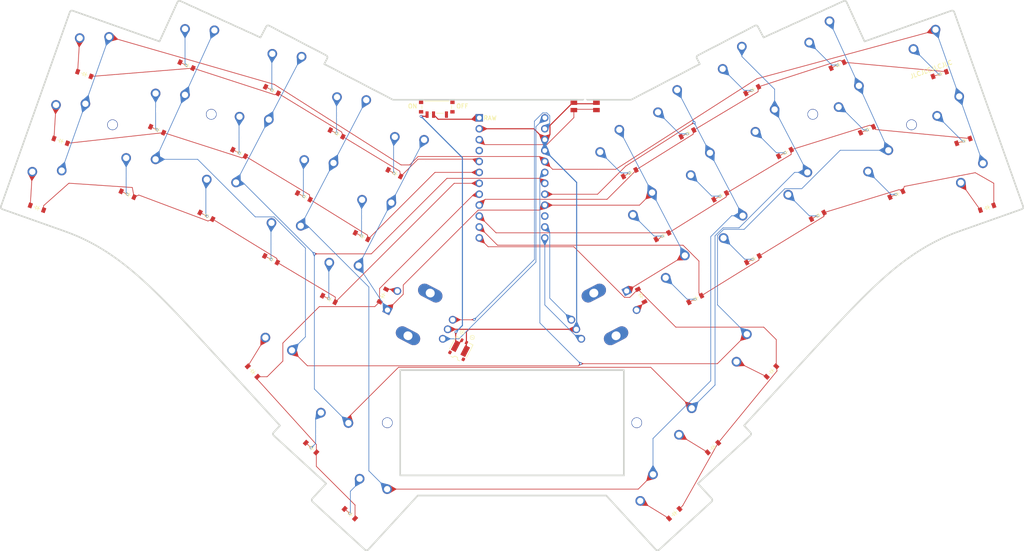
<source format=kicad_pcb>
(kicad_pcb (version 20240108) (generator "pcbnew") (generator_version "8.0")
  (title_block (title "review_a") (rev "v1.0.0") (company "Unknown"))
  (layers (0 "F.Cu" signal) (31 "B.Cu" signal) (34 "B.Paste" user) (35 "F.Paste" user) (36 "B.SilkS" user "B.Silkscreen") (37 "F.SilkS" user "F.Silkscreen") (38 "B.Mask" user) (39 "F.Mask" user) (44 "Edge.Cuts" user))
  (net 0 "")
  (net 1 "RAW")
  (net 2 "GND")
  (net 3 "RST")
  (net 4 "VCC")
  (net 5 "R0")
  (net 6 "R1")
  (net 7 "R2")
  (net 8 "R3")
  (net 9 "R4")
  (net 10 "R5")
  (net 11 "R6")
  (net 12 "R7")
  (net 13 "P1")
  (net 14 "P0")
  (net 15 "C0")
  (net 16 "C1")
  (net 17 "C2")
  (net 18 "C3")
  (net 19 "C4")
  (net 20 "P7")
  (net 21 "P8")
  (net 22 "P9")
  (net 23 "pinky_bottom")
  (net 24 "pinky_home")
  (net 25 "pinky_top")
  (net 26 "ring_bottom")
  (net 27 "ring_home")
  (net 28 "ring_top")
  (net 29 "middle_bottom")
  (net 30 "middle_home")
  (net 31 "middle_top")
  (net 32 "index_bottom")
  (net 33 "index_home")
  (net 34 "index_top")
  (net 35 "inner_bottom")
  (net 36 "inner_home")
  (net 37 "inner_top")
  (net 38 "mirror_pinky_bottom")
  (net 39 "mirror_pinky_home")
  (net 40 "mirror_pinky_top")
  (net 41 "mirror_ring_bottom")
  (net 42 "mirror_ring_home")
  (net 43 "mirror_ring_top")
  (net 44 "mirror_middle_bottom")
  (net 45 "mirror_middle_home")
  (net 46 "mirror_middle_top")
  (net 47 "mirror_index_bottom")
  (net 48 "mirror_index_home")
  (net 49 "mirror_index_top")
  (net 50 "mirror_inner_bottom")
  (net 51 "mirror_inner_home")
  (net 52 "mirror_inner_top")
  (net 53 "flexion_cluster")
  (net 54 "base_cluster")
  (net 55 "extension_cluster")
  (net 56 "mirror_flexion_cluster")
  (net 57 "mirror_base_cluster")
  (net 58 "mirror_extension_cluster")
  (net 59 "enc_l")
  (net 60 "enc_r")
  (net 61 "BAT_P")
  (footprint "MX" (layer "F.Cu") (at 100 100 -19.5)
    (property "Reference" "S1" (hide yes))
    (property "Value" "" (hide yes))
  )
  (footprint "ComboDiode" (layer "F.Cu") (at 98.330966 104.713208 160.5)
    (property "Reference" "D1" (hide yes))
    (property "Value" "")
  )
  (footprint "MX" (layer "F.Cu") (at 176.131888 106.867411 -27.5)
    (property "Reference" "S14" (hide yes))
    (property "Value" "" (hide yes))
  )
  (footprint "ComboDiode" (layer "F.Cu") (at 272.252159 91.962619 -152.5)
    (property "Reference" "D23" (hide yes))
    (property "Value" "")
  )
  (footprint "power_switch" (layer "F.Cu") (at 191.293264 81.300183 90)
    (property "Reference" "SW1" (hide yes))
    (property "Value" "")
  )
  (footprint "ComboDiode" (layer "F.Cu") (at 145.334369 91.962619 152.5)
    (property "Reference" "D8" (hide yes))
    (property "Value" "")
  )
  (footprint "MX" (layer "F.Cu") (at 111.015626 68.892831 -19.5)
    (property "Reference" "S3" (hide yes))
    (property "Value" "" (hide yes))
  )
  (footprint "MX" (layer "F.Cu") (at 241.45464 106.867411 27.5)
    (property "Reference" "S29" (hide yes))
    (property "Value" "" (hide yes))
  )
  (footprint "MX" (layer "F.Cu") (at 296.095612 97.013956 24.5)
    (property "Reference" "S19" (hide yes))
    (property "Value" "" (hide yes))
  )
  (footprint "MX" (layer "F.Cu") (at 262.51957 112.248741 27.5)
    (property "Reference" "S25" (hide yes))
    (property "Value" "" (hide yes))
  )
  (footprint "MX" (layer "F.Cu") (at 140.02426 102.163244 -27.5)
    (property "Reference" "S7" (hide yes))
    (property "Value" "" (hide yes))
  )
  (footprint "ComboDiode" (layer "F.Cu") (at 291.326639 86.549402 -155.5)
    (property "Reference" "D20" (hide yes))
    (property "Value" "")
  )
  (footprint "ComboDiode" (layer "F.Cu") (at 249.590609 87.412437 -152.5)
    (property "Reference" "D27" (hide yes))
    (property "Value" "")
  )
  (footprint "MX" (layer "F.Cu") (at 165.447371 156.842655 -42.5)
    (property "Reference" "S32" (hide yes))
    (property "Value" "" (hide yes))
  )
  (footprint "MX" (layer "F.Cu") (at 312.078715 84.446415 19.5)
    (property "Reference" "S17" (hide yes))
    (property "Value" "" (hide yes))
  )
  (footprint "icon_bat" (layer "F.Cu") (at 198.393264 134.295183 -27.5)
    (property "Reference" "ICON1" (hide yes))
    (property "Value" "")
  )
  (footprint "ComboDiode" (layer "F.Cu") (at 298.169078 101.563763 -155.5)
    (property "Reference" "D19" (hide yes))
    (property "Value" "")
  )
  (footprint "ComboDiode" (layer "F.Cu") (at 246.511067 175.914352 -137.5)
    (property "Reference" "D36" (hide yes))
    (property "Value" "")
  )
  (footprint "mounting_hole" (layer "F.Cu") (at 237.793264 154.745176 -42.5)
    (property "Reference" "H6" (hide yes))
    (property "Value" "")
  )
  (footprint "ComboDiode" (layer "F.Cu") (at 178.763201 125.147915 62.5)
    (property "Reference" "D37" (hide yes))
    (property "Value" "")
  )
  (footprint "MX" (layer "F.Cu") (at 155.066958 112.248741 -27.5)
    (property "Reference" "S10" (hide yes))
    (property "Value" "" (hide yes))
  )
  (footprint "PEC12R-4xxxF-Sxxxx" (layer "F.Cu") (at 187.189804 129.534527 -27.5)
    (property "Reference" "ROT1" (hide yes))
    (property "Value" "")
  )
  (footprint "conn_molex_pico_ezmate_1x02" (layer "F.Cu") (at 196.793264 137.495183 -27.5)
    (property "Reference" "CONN1" (hide yes))
    (property "Value" "")
  )
  (footprint "ComboDiode" (layer "F.Cu") (at 152.758215 116.683795 152.5)
    (property "Reference" "D10" (hide yes))
    (property "Value" "")
  )
  (footprint "ComboDiode" (layer "F.Cu") (at 137.715517 106.598298 152.5)
    (property "Reference" "D7" (hide yes))
    (property "Value" "")
  )
  (footprint "ComboDiode" (layer "F.Cu") (at 284.484201 71.535041 -155.5)
    (property "Reference" "D21" (hide yes))
    (property "Value" "")
  )
  (footprint "MX" (layer "F.Cu") (at 233.835788 92.231732 27.5)
    (property "Reference" "S30" (hide yes))
    (property "Value" "" (hide yes))
  )
  (footprint "MX" (layer "F.Cu") (at 247.281866 82.977383 27.5)
    (property "Reference" "S27" (hide yes))
    (property "Value" "" (hide yes))
  )
  (footprint "sw_reset_side" (layer "F.Cu") (at 225.793264 81.125183)
    (property "Reference" "SW2" (hide yes))
    (property "Value" "reset_button")
  )
  (footprint "MX" (layer "F.Cu") (at 152.153579 139.448645 -47.5)
    (property "Reference" "S31" (hide yes))
    (property "Value" "" (hide yes))
  )
  (footprint "ComboDiode" (layer "F.Cu") (at 173.823145 111.302465 152.5)
    (property "Reference" "D14" (hide yes))
    (property "Value" "")
  )
  (footprint "ComboDiode" (layer "F.Cu") (at 119.41745 101.563763 155.5)
    (property "Reference" "D4" (hide yes))
    (property "Value" "")
  )
  (footprint "ComboDiode" (layer "F.Cu") (at 308.239936 73.606038 -160.5)
    (property "Reference" "D18" (hide yes))
    (property "Value" "")
  )
  (footprint "ComboDiode" (layer "F.Cu") (at 255.517108 160.529041 -137.5)
    (property "Reference" "D35" (hide yes))
    (property "Value" "")
  )
  (footprint "ComboDiode" (layer "F.Cu") (at 103.838779 89.159623 160.5)
    (property "Reference" "D2" (hide yes))
    (property "Value" "")
  )
  (footprint "MX" (layer "F.Cu") (at 265.432949 139.448645 47.5)
    (property "Reference" "S34" (hide yes))
    (property "Value" "" (hide yes))
  )
  (footprint "MX" (layer "F.Cu") (at 277.562268 102.163244 27.5)
    (property "Reference" "S22" (hide yes))
    (property "Value" "" (hide yes))
  )
  (footprint "mounting_hole" (layer "F.Cu") (at 179.793264 154.745176 -42.5)
    (property "Reference" "H5" (hide yes))
    (property "Value" "")
  )
  (footprint "MX" (layer "F.Cu") (at 121.490916 97.013956 -24.5)
    (property "Reference" "S4" (hide yes))
    (property "Value" "" (hide yes))
  )
  (footprint "ComboDiode" (layer "F.Cu") (at 313.747749 89.159623 -160.5)
    (property "Reference" "D17" (hide yes))
    (property "Value" "")
  )
  (footprint "ComboDiode" (layer "F.Cu") (at 251.382235 125.938144 -152.5)
    (property "Reference" "D28" (hide yes))
    (property "Value" "")
  )
  (footprint "MX" (layer "F.Cu") (at 243.133116 172.227965 42.5)
    (property "Reference" "S36" (hide yes))
    (property "Value" "" (hide yes))
  )
  (footprint "MX" (layer "F.Cu") (at 269.943416 87.527565 27.5)
    (property "Reference" "S23" (hide yes))
    (property "Value" "" (hide yes))
  )
  (footprint "ComboDiode" (layer "F.Cu") (at 269.119336 142.826596 -132.5)
    (property "Reference" "D34" (hide yes))
    (property "Value" "")
  )
  (footprint "MX" (layer "F.Cu") (at 254.900718 97.613062 27.5)
    (property "Reference" "S26" (hide yes))
    (property "Value" "" (hide yes))
  )
  (footprint "MX" (layer "F.Cu") (at 155.261964 72.891887 -27.5)
    (property "Reference" "S9" (hide yes))
    (property "Value" "" (hide yes))
  )
  (footprint "MX" (layer "F.Cu") (at 162.68581 97.613062 -27.5)
    (property "Reference" "S11" (hide yes))
    (property "Value" "" (hide yes))
  )
  (footprint "ComboDiode" (layer "F.Cu") (at 236.144531 96.666787 -152.5)
    (property "Reference" "D30" (hide yes))
    (property "Value" "")
  )
  (footprint "ComboDiode" (layer "F.Cu") (at 171.075461 175.914352 137.5)
    (property "Reference" "D33" (hide yes))
    (property "Value" "")
  )
  (footprint "ComboDiode" (layer "F.Cu") (at 167.995919 87.412437 152.5)
    (property "Reference" "D12" (hide yes))
    (property "Value" "")
  )
  (footprint "MX" (layer "F.Cu") (at 252.139157 156.842655 42.5)
    (property "Reference" "S35" (hide yes))
    (property "Value" "" (hide yes))
  )
  (footprint "MX" (layer "F.Cu") (at 306.570901 68.892831 19.5)
    (property "Reference" "S18" (hide yes))
    (property "Value" "" (hide yes))
  )
  (footprint "MX" (layer "F.Cu") (at 289.253173 81.999595 24.5)
    (property "Reference" "S20" (hide yes))
    (property "Value" "" (hide yes))
  )
  (footprint "ComboDiode" (layer "F.Cu") (at 160.377067 102.048116 152.5)
    (property "Reference" "D11" (hide yes))
    (property "Value" "")
  )
  (footprint "MX" (layer "F.Cu") (at 249.073492 121.50309 27.5)
    (property "Reference" "S28" (hide yes))
    (property "Value" "" (hide yes))
  )
  (footprint "ComboDiode" (layer "F.Cu") (at 257.209461 102.048116 -152.5)
    (property "Reference" "D26" (hide yes))
    (property "Value" "")
  )
  (footprint "ComboDiode" (layer "F.Cu") (at 148.467192 142.826596 132.5)
    (property "Reference" "D31" (hide yes))
    (property "Value" "")
  )
  (footprint "MX" (layer "F.Cu") (at 128.333355 81.999595 -24.5)
    (property "Reference" "S5" (hide yes))
    (property "Value" "" (hide yes))
  )
  (footprint "MX" (layer "F.Cu") (at 183.75074 92.231732 -27.5)
    (property "Reference" "S15" (hide yes))
    (property "Value" "" (hide yes))
  )
  (footprint "MX" (layer "F.Cu") (at 105.507813 84.446415 -19.5)
    (property "Reference" "S2" (hide yes))
    (property "Value" "" (hide yes))
  )
  (footprint "ComboDiode" (layer "F.Cu") (at 243.763383 111.302465 -152.5)
    (property "Reference" "D29" (hide yes))
    (property "Value" "")
  )
  (footprint "MX" (layer "F.Cu") (at 147.643112 87.527565 -27.5)
    (property "Reference" "S8" (hide yes))
    (property "Value" "" (hide yes))
  )
  (footprint "pads" (layer "F.Cu") (at 196.793264 137.495183 -27.5)
    (property "Reference" "PAD1" (hide yes))
    (property "Value" "")
  )
  (footprint "MX" (layer "F.Cu") (at 282.410735 66.985234 24.5)
    (property "Reference" "S21" (hide yes))
    (property "Value" "" (hide yes))
  )
  (footprint "ComboDiode" (layer "F.Cu") (at 181.441997 96.666787 152.5)
    (property "Reference" "D15" (hide yes))
    (property "Value" "")
  )
  (footprint "MX" (layer "F.Cu") (at 262.324564 72.891887 27.5)
    (property "Reference" "S24" (hide yes))
    (property "Value" "" (hide yes))
  )
  (footprint "MX" (layer "F.Cu") (at 168.513036 121.50309 -27.5)
    (property "Reference" "S13" (hide yes))
    (property "Value" "" (hide yes))
  )
  (footprint "MX" (layer "F.Cu") (at 317.586528 100 19.5)
    (property "Reference" "S16" (hide yes))
    (property "Value" "" (hide yes))
  )
  (footprint "MX" (layer "F.Cu") (at 174.453412 172.227965 -42.5)
    (property "Reference" "S33" (hide yes))
    (property "Value" "" (hide yes))
  )
  (footprint "ProMicro" (layer "F.Cu") (at 208.793264 97.755183 -90)
    (property "Reference" "MCU1" (hide yes))
    (property "Value" "" (hide yes))
  )
  (footprint "PEC12R-4xxxF-Sxxxx" (layer "F.Cu") (at 230.396724 129.534527 -152.5)
    (property "Reference" "ROT2" (hide yes))
    (property "Value" "")
  )
  (footprint "mounting_hole" (layer "F.Cu") (at 138.861705 82.956254 -27.5)
    (property "Reference" "H3" (hide yes))
    (property "Value" "")
  )
  (footprint "mounting_hole" (layer "F.Cu") (at 278.724823 82.956254 -27.5)
    (property "Reference" "H4" (hide yes))
    (property "Value" "")
  )
  (footprint "mounting_hole" (layer "F.Cu") (at 301.683009 85.401313 -24.5)
    (property "Reference" "H2" (hide yes))
    (property "Value" "")
  )
  (footprint "ComboDiode" (layer "F.Cu") (at 264.633307 77.326941 -152.5)
    (property "Reference" "D24" (hide yes))
    (property "Value" "")
  )
  (footprint "ComboDiode" (layer "F.Cu") (at 264.828313 116.683795 -152.5)
    (property "Reference" "D25" (hide yes))
    (property "Value" "")
  )
  (footprint "ComboDiode" (layer "F.Cu") (at 319.255562 104.713208 -160.5)
    (property "Reference" "D16" (hide yes))
    (property "Value" "")
  )
  (footprint "ComboDiode" (layer "F.Cu") (at 152.953221 77.326941 152.5)
    (property "Reference" "D9" (hide yes))
    (property "Value" "")
  )
  (footprint "mounting_hole" (layer "F.Cu") (at 115.903519 85.401313 -24.5)
    (property "Reference" "H1" (hide yes))
    (property "Value" "")
  )
  (footprint "ComboDiode" (layer "F.Cu") (at 238.823327 125.147915 -62.5)
    (property "Reference" "D38" (hide yes))
    (property "Value" "")
  )
  (footprint "MX" (layer "F.Cu") (at 135.175793 66.985234 -24.5)
    (property "Reference" "S6" (hide yes))
    (property "Value" "" (hide yes))
  )
  (footprint "ComboDiode" (layer "F.Cu") (at 162.06942 160.529041 137.5)
    (property "Reference" "D32" (hide yes))
    (property "Value" "")
  )
  (footprint "ComboDiode" (layer "F.Cu") (at 126.259888 86.549402 155.5)
    (property "Reference" "D5" (hide yes))
    (property "Value" "")
  )
  (footprint "ComboDiode" (layer "F.Cu") (at 109.346592 73.606038 160.5)
    (property "Reference" "D3" (hide yes))
    (property "Value" "")
  )
  (footprint "MX" (layer "F.Cu") (at 170.304662 82.977383 -27.5)
    (property "Reference" "S12" (hide yes))
    (property "Value" "" (hide yes))
  )
  (footprint "ComboDiode" (layer "F.Cu") (at 166.204293 125.938144 152.5)
    (property "Reference" "D13" (hide yes))
    (property "Value" "")
  )
  (footprint "ComboDiode" (layer "F.Cu") (at 133.102327 71.535041 155.5)
    (property "Reference" "D6" (hide yes))
    (property "Value" "")
  )
  (footprint "ComboDiode" (layer "F.Cu") (at 279.871011 106.598298 -152.5)
    (property "Reference" "D22" (hide yes))
    (property "Value" "")
  )
  (gr_poly (pts (xy 234.793264 166.995176) (xy 182.793264 166.995176) (xy 182.793264 142.495183) (xy 234.793264 142.495183)) (stroke (width 0.377952) (color 100 100 100 1)) (fill none) (layer "Edge.Cuts"))
  (gr_poly (pts (xy 131.478741 56.550622) (xy 131.50309 56.552067) (xy 131.527352 56.5547) (xy 131.551485 56.558518) (xy 131.575442 56.563521) (xy 131.599181 56.569706) (xy 131.622657 56.577071) (xy 131.645825 56.585616) (xy 131.668642 56.595339) (xy 150.305116 65.088472) (xy 151.628988 62.545313) (xy 151.640982 62.523605) (xy 151.653978 62.502608) (xy 151.667942 62.482351) (xy 151.682841 62.462863) (xy 151.69864 62.444172) (xy 151.715306 62.426307) (xy 151.732804 62.409296) (xy 151.751101 62.393167) (xy 151.770162 62.37795) (xy 151.789953 62.363672) (xy 151.810441 62.350362) (xy 151.831592 62.338049) (xy 151.853371 62.326761) (xy 151.875744 62.316526) (xy 151.898679 62.307374) (xy 151.92214 62.299332) (xy 151.94597 62.292462) (xy 151.970005 62.286804) (xy 151.994203 62.282355) (xy 152.018518 62.279109) (xy 152.042907 62.277064) (xy 152.067324 62.276215) (xy 152.091727 62.276559) (xy 152.11607 62.278091) (xy 152.14031 62.280809) (xy 152.164402 62.284707) (xy 152.188303 62.289783) (xy 152.211967 62.296032) (xy 152.235352 62.30345) (xy 152.258411 62.312033) (xy 152.281102 62.321779) (xy 152.303381 62.332682) (xy 165.608549 69.258909) (xy 165.630257 69.270902) (xy 165.651253 69.283898) (xy 165.67151 69.297861) (xy 165.690998 69.31276) (xy 165.709689 69.328559) (xy 165.727555 69.345224) (xy 165.744567 69.362722) (xy 165.760696 69.381018) (xy 165.775914 69.400079) (xy 165.790193 69.419871) (xy 165.803503 69.440359) (xy 165.815817 69.461509) (xy 165.827105 69.483289) (xy 165.837341 69.505663) (xy 165.846493 69.528597) (xy 165.854536 69.552059) (xy 165.861407 69.57589) (xy 165.867065 69.599926) (xy 165.871515 69.624124) (xy 165.874761 69.64844) (xy 165.876806 69.672829) (xy 165.877654 69.697246) (xy 165.877309 69.721649) (xy 165.875775 69.745991) (xy 165.873056 69.77023) (xy 165.869157 69.794322) (xy 165.86408 69.818221) (xy 165.85783 69.841884) (xy 165.850412 69.865267) (xy 165.841828 69.888325) (xy 165.832082 69.911014) (xy 165.82118 69.93329) (xy 165.128545 71.263804) (xy 181.094541 79.575176) (xy 236.491994 79.575176) (xy 252.457998 71.263804) (xy 251.765356 69.93329) (xy 251.754454 69.911014) (xy 251.74471 69.888325) (xy 251.736127 69.865267) (xy 251.728709 69.841885) (xy 251.72246 69.818222) (xy 251.717384 69.794323) (xy 251.713485 69.770232) (xy 251.710767 69.745994) (xy 251.709235 69.721651) (xy 251.708891 69.697249) (xy 251.709741 69.672832) (xy 251.711789 69.648444) (xy 251.715037 69.624129) (xy 251.719491 69.599931) (xy 251.725154 69.575894) (xy 251.732031 69.552063) (xy 251.740069 69.528602) (xy 251.749218 69.505667) (xy 251.759451 69.483293) (xy 251.770738 69.461513) (xy 251.783051 69.440362) (xy 251.79636 69.419874) (xy 251.810639 69.400082) (xy 251.825857 69.381021) (xy 251.841986 69.362724) (xy 251.858998 69.345226) (xy 251.876864 69.32856) (xy 251.895555 69.312761) (xy 251.915043 69.297862) (xy 251.935299 69.283898) (xy 251.956295 69.270902) (xy 251.978002 69.258909) (xy 265.283162 62.332682) (xy 265.306286 62.32138) (xy 265.329701 62.311369) (xy 265.353365 62.302637) (xy 265.377235 62.295169) (xy 265.40127 62.288952) (xy 265.425427 62.283974) (xy 265.449662 62.28022) (xy 265.473935 62.277678) (xy 265.498203 62.276333) (xy 265.522423 62.276173) (xy 265.546554 62.277185) (xy 265.570552 62.279354) (xy 265.594375 62.282667) (xy 265.617982 62.287112) (xy 265.641329 62.292675) (xy 265.664375 62.299342) (xy 265.687076 62.3071) (xy 265.709392 62.315935) (xy 265.731278 62.325835) (xy 265.752694 62.336786) (xy 265.773596 62.348775) (xy 265.793943 62.361787) (xy 265.813691 62.375811) (xy 265.832799 62.390832) (xy 265.851224 62.406838) (xy 265.868924 62.423814) (xy 265.885856 62.441747) (xy 265.901979 62.460625) (xy 265.91725 62.480433) (xy 265.931626 62.501159) (xy 265.945065 62.522788) (xy 265.957525 62.545308) (xy 267.281408 65.088472) (xy 285.917882 56.595339) (xy 285.940698 56.585616) (xy 285.963865 56.577071) (xy 285.98734 56.569706) (xy 286.011077 56.563521) (xy 286.035033 56.558519) (xy 286.059164 56.554701) (xy 286.083424 56.552069) (xy 286.10777 56.550624) (xy 286.132158 56.550367) (xy 286.156543 56.551301) (xy 286.180881 56.553426) (xy 286.205128 56.556745) (xy 286.229239 56.561258) (xy 286.253169 56.566968) (xy 286.276876 56.573876) (xy 286.300313 56.581983) (xy 286.323321 56.591241) (xy 286.345746 56.601581) (xy 286.367555 56.612973) (xy 286.388715 56.625385) (xy 286.409195 56.638788) (xy 286.428962 56.653152) (xy 286.447982 56.668447) (xy 286.466224 56.684641) (xy 286.483655 56.701706) (xy 286.500243 56.71961) (xy 286.515955 56.738324) (xy 286.530758 56.757816) (xy 286.54462 56.778058) (xy 286.557509 56.799019) (xy 286.569392 56.820668) (xy 286.580236 56.842975) (xy 290.756231 66.006317) (xy 310.970266 58.848147) (xy 310.993845 58.840449) (xy 311.01767 58.833955) (xy 311.041698 58.828663) (xy 311.065885 58.82457) (xy 311.090186 58.821675) (xy 311.114558 58.819974) (xy 311.138956 58.819465) (xy 311.163335 58.820147) (xy 311.187653 58.822016) (xy 311.211864 58.825071) (xy 311.235924 58.829309) (xy 311.25979 58.834728) (xy 311.283417 58.841325) (xy 311.306761 58.849098) (xy 311.329777 58.858046) (xy 311.352422 58.868164) (xy 311.374531 58.879393) (xy 311.395965 58.891648) (xy 311.416693 58.904897) (xy 311.436688 58.919106) (xy 311.455918 58.934244) (xy 311.474354 58.950276) (xy 311.491967 58.96717) (xy 311.508726 58.984894) (xy 311.524601 59.003413) (xy 311.539563 59.022695) (xy 311.553583 59.042706) (xy 311.56663 59.063415) (xy 311.578674 59.084788) (xy 311.589686 59.106792) (xy 311.599637 59.129393) (xy 311.608495 59.15256) (xy 327.631185 104.399362) (xy 327.63888 104.422938) (xy 327.645372 104.446761) (xy 327.650662 104.470789) (xy 327.654754 104.494976) (xy 327.65765 104.519278) (xy 327.659351 104.543651) (xy 327.65986 104.56805) (xy 327.659179 104.592432) (xy 327.65731 104.616751) (xy 327.654256 104.640963) (xy 327.650018 104.665025) (xy 327.644598 104.688892) (xy 327.638 104.712518) (xy 327.630224 104.735861) (xy 327.621274 104.758876) (xy 327.61115 104.781518) (xy 327.599921 104.803631) (xy 327.587665 104.825069) (xy 327.574417 104.8458) (xy 327.560209 104.865796) (xy 327.545074 104.885027) (xy 327.529045 104.903464) (xy 327.512154 104.921076) (xy 327.494436 104.937833) (xy 327.475922 104.953707) (xy 327.456645 104.968667) (xy 327.436639 104.982684) (xy 327.415937 104.995728) (xy 327.394571 105.00777) (xy 327.372573 105.018778) (xy 327.349978 105.028725) (xy 327.326818 105.03758) (xy 312.715871 110.211587) (xy 312.025411 110.462347) (xy 311.342275 110.723005) (xy 310.666463 110.993532) (xy 309.997869 111.273855) (xy 309.336507 111.563886) (xy 308.682256 111.863542) (xy 308.035009 112.172666) (xy 307.394674 112.491144) (xy 306.761175 112.818807) (xy 306.134344 113.155492) (xy 305.514028 113.501008) (xy 304.900167 113.855176) (xy 304.292486 114.21779) (xy 303.690954 114.588628) (xy 303.095312 114.967492) (xy 302.505498 115.35415) (xy 301.921239 115.74838) (xy 301.342428 116.149953) (xy 300.768896 116.558633) (xy 300.200384 116.974187) (xy 299.636846 117.396368) (xy 299.077978 117.82496) (xy 298.523717 118.259702) (xy 297.973791 118.700364) (xy 297.428045 119.146703) (xy 296.886358 119.598497) (xy 296.348485 120.055497) (xy 295.814321 120.517488) (xy 294.756322 121.455495) (xy 293.711004 122.410741) (xy 292.67716 123.381513) (xy 291.653448 124.366186) (xy 290.638799 125.363164) (xy 289.63207 126.370984) (xy 288.632207 127.388265) (xy 287.63828 128.413694) (xy 286.649358 129.446081) (xy 285.664678 130.484334) (xy 283.704946 132.574613) (xy 281.754186 134.677861) (xy 277.866216 138.905805) (xy 262.752538 155.399465) (xy 264.234579 157.016859) (xy 264.25088 157.035553) (xy 264.266169 157.054947) (xy 264.280431 157.074997) (xy 264.293649 157.095662) (xy 264.30581 157.1169) (xy 264.316898 157.13867) (xy 264.326899 157.16093) (xy 264.335796 157.183638) (xy 264.343575 157.206753) (xy 264.350221 157.230233) (xy 264.355718 157.254036) (xy 264.360052 157.278122) (xy 264.363208 157.302447) (xy 264.36517 157.326971) (xy 264.365924 157.351651) (xy 264.365453 157.376447) (xy 264.363763 157.401192) (xy 264.360863 157.425715) (xy 264.356772 157.449977) (xy 264.351509 157.473937) (xy 264.345092 157.497555) (xy 264.337541 157.52079) (xy 264.328873 157.543603) (xy 264.319108 157.565954) (xy 264.308266 157.587801) (xy 264.296364 157.609106) (xy 264.283421 157.629827) (xy 264.269456 157.649925) (xy 264.254488 157.669359) (xy 264.238537 157.68809) (xy 264.22162 157.706077) (xy 264.203756 157.723279) (xy 252.013555 168.893575) (xy 255.228536 172.402158) (xy 255.244838 172.420855) (xy 255.260127 172.440249) (xy 255.274388 172.460301) (xy 255.287607 172.480967) (xy 255.299768 172.502207) (xy 255.310856 172.523979) (xy 255.320856 172.54624) (xy 255.329754 172.56895) (xy 255.337532 172.592067) (xy 255.344178 172.615549) (xy 255.349676 172.639354) (xy 255.35401 172.663442) (xy 255.357166 172.687769) (xy 255.359128 172.712296) (xy 255.359881 172.736979) (xy 255.359411 172.761777) (xy 255.357721 172.78652) (xy 255.354821 172.811041) (xy 255.35073 172.835301) (xy 255.345467 172.85926) (xy 255.33905 172.882877) (xy 255.331498 172.906112) (xy 255.32283 172.928925) (xy 255.313066 172.951275) (xy 255.302223 172.973123) (xy 255.290321 172.994429) (xy 255.277378 173.015151) (xy 255.263413 173.03525) (xy 255.248446 173.054686) (xy 255.232494 173.073418) (xy 255.215577 173.091406) (xy 255.197713 173.108609) (xy 242.958929 184.323392) (xy 242.93952 184.340296) (xy 242.919495 184.356027) (xy 242.898899 184.370588) (xy 242.877776 184.38398) (xy 242.856169 184.396207) (xy 242.834125 184.407268) (xy 242.811686 184.417167) (xy 242.788898 184.425906) (xy 242.765804 184.433486) (xy 242.74245 184.43991) (xy 242.718879 184.445179) (xy 242.695136 184.449295) (xy 242.671265 184.45226) (xy 242.647311 184.454077) (xy 242.623318 184.454747) (xy 242.599331 184.454272) (xy 242.575393 184.452654) (xy 242.551549 184.449895) (xy 242.527844 184.445996) (xy 242.504323 184.440961) (xy 242.481028 184.434791) (xy 242.458006 184.427487) (xy 242.435299 184.419052) (xy 242.412953 184.409488) (xy 242.391012 184.398796) (xy 242.369521 184.38698) (xy 242.348523 184.374039) (xy 242.328063 184.359977) (xy 242.308186 184.344796) (xy 242.288935 184.328497) (xy 242.270356 184.311083) (xy 242.252493 184.292554) (xy 230.699941 171.68517) (xy 186.886587 171.68517) (xy 175.334058 184.292554) (xy 175.316196 184.311084) (xy 175.297618 184.328501) (xy 175.278369 184.344801) (xy 175.258493 184.359983) (xy 175.238035 184.374045) (xy 175.217038 184.386986) (xy 175.195547 184.398803) (xy 175.173607 184.409494) (xy 175.151262 184.419058) (xy 175.128557 184.427492) (xy 175.105535 184.434795) (xy 175.082242 184.440965) (xy 175.058721 184.445999) (xy 175.035016 184.449897) (xy 175.011174 184.452655) (xy 174.987237 184.454272) (xy 174.963249 184.454746) (xy 174.939257 184.454075) (xy 174.915303 184.452257) (xy 174.891433 184.449291) (xy 174.86769 184.445174) (xy 174.844119 184.439904) (xy 174.820765 184.43348) (xy 174.797671 184.4259) (xy 174.774883 184.417161) (xy 174.752444 184.407262) (xy 174.730399 184.3962) (xy 174.708792 184.383975) (xy 174.687669 184.370583) (xy 174.667072 184.356023) (xy 174.647047 184.340294) (xy 174.627637 184.323392) (xy 162.38883 173.108625) (xy 162.370965 173.091422) (xy 162.354047 173.073435) (xy 162.338094 173.054704) (xy 162.323126 173.035269) (xy 162.309161 173.015171) (xy 162.296217 172.994449) (xy 162.284314 172.973144) (xy 162.27347 172.951296) (xy 162.263705 172.928945) (xy 162.255036 172.906132) (xy 162.247482 172.882897) (xy 162.241063 172.859279) (xy 162.235796 172.83532) (xy 162.231701 172.811059) (xy 162.228797 172.786536) (xy 162.227102 172.761793) (xy 162.226636 172.736995) (xy 162.227393 172.712313) (xy 162.229359 172.687787) (xy 162.232518 172.66346) (xy 162.236855 172.639373) (xy 162.242355 172.615567) (xy 162.249003 172.592084) (xy 162.256783 172.568966) (xy 162.265681 172.546255) (xy 162.275681 172.523992) (xy 162.286769 172.502219) (xy 162.298928 172.480977) (xy 162.312145 172.460308) (xy 162.326403 172.440255) (xy 162.341688 172.420857) (xy 162.357984 172.402158) (xy 165.573011 168.893575) (xy 153.382787 157.723279) (xy 153.364922 157.706077) (xy 153.348004 157.68809) (xy 153.332052 157.669359) (xy 153.317083 157.649925) (xy 153.303118 157.629827) (xy 153.290174 157.609106) (xy 153.278271 157.587801) (xy 153.267427 157.565954) (xy 153.257661 157.543603) (xy 153.248991 157.52079) (xy 153.241437 157.497555) (xy 153.235017 157.473937) (xy 153.229749 157.449977) (xy 153.225654 157.425715) (xy 153.222748 157.401192) (xy 153.221052 157.376447) (xy 153.220583 157.351651) (xy 153.221338 157.326971) (xy 153.223303 157.302447) (xy 153.226461 157.278122) (xy 153.230798 157.254036) (xy 153.236298 157.230233) (xy 153.242946 157.206753) (xy 153.250727 157.183638) (xy 153.259626 157.16093) (xy 153.269627 157.13867) (xy 153.280716 157.1169) (xy 153.292878 157.095662) (xy 153.306096 157.074997) (xy 153.320356 157.054947) (xy 153.335643 157.035553) (xy 153.351942 157.016859) (xy 154.834013 155.399465) (xy 139.72035 138.905805) (xy 135.832372 134.677861) (xy 133.881597 132.574613) (xy 131.921888 130.484334) (xy 130.937173 129.446081) (xy 129.948263 128.413694) (xy 128.95432 127.388265) (xy 127.954473 126.370984) (xy 126.947744 125.363164) (xy 125.93308 124.366186) (xy 124.909398 123.381513) (xy 123.87552 122.410741) (xy 122.830217 121.455495) (xy 121.772211 120.517488) (xy 121.238029 120.055497) (xy 120.700176 119.598497) (xy 120.158479 119.146703) (xy 119.612758 118.700364) (xy 119.062841 118.259702) (xy 118.508556 117.82496) (xy 117.949712 117.396368) (xy 117.386148 116.974187) (xy 116.817672 116.558633) (xy 116.244113 116.149953) (xy 115.6653 115.74838) (xy 115.08105 115.35415) (xy 114.491203 114.967492) (xy 113.895585 114.588628) (xy 113.294036 114.21779) (xy 112.686393 113.855176) (xy 112.072494 113.501008) (xy 111.452205 113.155492) (xy 110.825365 112.818807) (xy 110.191858 112.491144) (xy 109.551532 112.172666) (xy 108.904302 111.863542) (xy 108.250043 111.563886) (xy 107.588661 111.273855) (xy 106.920097 110.993532) (xy 106.244276 110.723005) (xy 105.56114 110.462347) (xy 104.870689 110.211587) (xy 90.25974 105.03758) (xy 90.25974 105.037587) (xy 90.236575 105.028731) (xy 90.213974 105.018783) (xy 90.191971 105.007774) (xy 90.1706 104.995731) (xy 90.149892 104.982687) (xy 90.12988 104.968669) (xy 90.110599 104.953708) (xy 90.092081 104.937834) (xy 90.074358 104.921076) (xy 90.057465 104.903464) (xy 90.041433 104.885028) (xy 90.026296 104.865796) (xy 90.012086 104.8458) (xy 89.998838 104.825069) (xy 89.986583 104.803631) (xy 89.975355 104.781518) (xy 89.965236 104.758876) (xy 89.956288 104.735861) (xy 89.948513 104.712518) (xy 89.941915 104.688891) (xy 89.936495 104.665025) (xy 89.932256 104.640963) (xy 89.929199 104.61675) (xy 89.927329 104.59243) (xy 89.926646 104.568048) (xy 89.927153 104.543648) (xy 89.928854 104.519274) (xy 89.931749 104.494971) (xy 89.935841 104.470783) (xy 89.941134 104.446754) (xy 89.947628 104.422928) (xy 89.955328 104.399351) (xy 105.978057 59.152555) (xy 105.98726 59.128518) (xy 105.997556 59.105227) (xy 106.008907 59.082701) (xy 106.021271 59.060959) (xy 106.034609 59.040021) (xy 106.048881 59.019904) (xy 106.064046 59.000629) (xy 106.080064 58.982214) (xy 106.096896 58.964679) (xy 106.114501 58.948043) (xy 106.132839 58.932325) (xy 106.151871 58.917544) (xy 106.171555 58.903718) (xy 106.191852 58.890868) (xy 106.212721 58.879013) (xy 106.234124 58.868171) (xy 106.256019 58.858362) (xy 106.278366 58.849604) (xy 106.301125 58.841917) (xy 106.324257 58.835321) (xy 106.347721 58.829833) (xy 106.371477 58.825474) (xy 106.395485 58.822262) (xy 106.419705 58.820217) (xy 106.444096 58.819357) (xy 106.468619 58.819702) (xy 106.493233 58.82127) (xy 106.517899 58.824082) (xy 106.542577 58.828156) (xy 106.567225 58.833512) (xy 106.591805 58.840167) (xy 106.616275 58.848142) (xy 126.830335 66.006317) (xy 131.006307 56.842985) (xy 131.017147 56.820677) (xy 131.029025 56.799028) (xy 131.041909 56.778067) (xy 131.055766 56.757825) (xy 131.070564 56.738332) (xy 131.086271 56.719618) (xy 131.102854 56.701713) (xy 131.120281 56.684648) (xy 131.138519 56.668453) (xy 131.157537 56.653157) (xy 131.1773 56.638792) (xy 131.197778 56.625388) (xy 131.218937 56.612975) (xy 131.240745 56.601583) (xy 131.26317 56.591242) (xy 131.28618 56.581983) (xy 131.30962 56.573875) (xy 131.333329 56.566967) (xy 131.357262 56.561257) (xy 131.381375 56.556743) (xy 131.405624 56.553424) (xy 131.429964 56.551299) (xy 131.454351 56.550365)) (stroke (width 0.377952) (color 100 100 100 1)) (fill none) (layer "Edge.Cuts"))
  (gr_text "JLCJLCJLCJLC" (at 306.258502 72.504258 19.5) (layer "F.SilkS") (effects (font (size 1 1))))
  (gr_text "ON            OFF" (at 191.618264 81.075183 0) (layer "F.SilkS") (effects (font (size 1 1))))
  (segment (start 190.543264 83.035183) (end 191.618264 84.110183) (width 0.25) (layer "F.Cu") (net 1))
  (segment (start 191.618264 84.110183) (end 200.848264 84.110183) (width 0.25) (layer "F.Cu") (net 1))
  (segment (start 200.848264 84.110183) (end 201.173264 83.785183) (width 0.25) (layer "F.Cu") (net 1))
  (segment (start 213.873264 86.325183) (end 216.413264 88.865183) (width 0.25) (layer "F.Cu") (net 2))
  (segment (start 201.173264 86.325183) (end 213.873264 86.325183) (width 0.25) (layer "F.Cu") (net 2))
  (segment (start 217.614564 87.663883) (end 216.413264 88.865183) (width 0.25) (layer "F.Cu") (net 2))
  (segment (start 193.842385 132.997642) (end 198.75 132.997642) (width 0.25) (layer "F.Cu") (net 2))
  (segment (start 228.189264 80.504183) (end 228.418264 80.275183) (width 0.25) (layer "F.Cu") (net 2))
  (segment (start 198.75 132.997642) (end 223.744143 132.997642) (width 0.25) (layer "F.Cu") (net 2))
  (segment (start 223.168264 80.275183) (end 223.397264 80.504183) (width 0.25) (layer "F.Cu") (net 2))
  (segment (start 198.191249 137.783148) (end 197.902028 138.072369) (width 0.25) (layer "F.Cu") (net 2))
  (segment (start 217.614564 85.553883) (end 217.614564 87.663883) (width 0.25) (layer "F.Cu") (net 2))
  (segment (start 198.191249 136.109087) (end 198.191249 133.556393) (width 0.25) (layer "F.Cu") (net 2))
  (segment (start 223.397264 80.504183) (end 228.189264 80.504183) (width 0.25) (layer "F.Cu") (net 2))
  (segment (start 198.191249 133.556393) (end 198.75 132.997642) (width 0.25) (layer "F.Cu") (net 2))
  (segment (start 222.893264 80.275183) (end 217.614564 85.553883) (width 0.25) (layer "F.Cu") (net 2))
  (segment (start 198.191249 136.109087) (end 198.191249 137.783148) (width 0.25) (layer "F.Cu") (net 2))
  (segment (start 223.168264 80.275183) (end 222.893264 80.275183) (width 0.25) (layer "F.Cu") (net 2))
  (segment (start 216.413264 91.405183) (end 223.814771 98.80669) (width 0.25) (layer "B.Cu") (net 2))
  (segment (start 223.814771 132.927014) (end 223.744143 132.997642) (width 0.25) (layer "B.Cu") (net 2))
  (segment (start 216.413264 88.865183) (end 216.413264 91.405183) (width 0.25) (layer "B.Cu") (net 2))
  (segment (start 223.814771 98.80669) (end 223.814771 132.927014) (width 0.25) (layer "B.Cu") (net 2))
  (segment (start 223.347264 81.796183) (end 228.239264 81.796183) (width 0.15) (layer "F.Cu") (net 3))
  (segment (start 201.173264 88.865183) (end 202.324564 90.016483) (width 0.15) (layer "F.Cu") (net 3))
  (segment (start 223.168264 81.975183) (end 223.347264 81.796183) (width 0.15) (layer "F.Cu") (net 3))
  (segment (start 228.239264 81.796183) (end 228.418264 81.975183) (width 0.15) (layer "F.Cu") (net 3))
  (segment (start 202.324564 90.016483) (end 216.890149 90.016483) (width 0.15) (layer "F.Cu") (net 3))
  (segment (start 216.890149 90.016483) (end 223.168264 83.738368) (width 0.15) (layer "F.Cu") (net 3))
  (segment (start 223.168264 83.738368) (end 223.168264 81.975183) (width 0.15) (layer "F.Cu") (net 3))
  (segment (start 154.416789 78.088826) (end 169.2 87.1) (width 0.15) (layer "F.Cu") (net 5))
  (segment (start 110.90195 74.156819) (end 134.603763 72.219285) (width 0.15) (layer "F.Cu") (net 5))
  (segment (start 134.603763 72.219285) (end 153.6 78.4) (width 0.15) (layer "F.Cu") (net 5))
  (segment (start 153.6 78.4) (end 154.416789 78.088826) (width 0.15) (layer "F.Cu") (net 5))
  (segment (start 186.936722 93.397515) (end 182.905565 97.428672) (width 0.15) (layer "F.Cu") (net 5))
  (segment (start 201.173264 93.945183) (end 200.625596 93.397515) (width 0.15) (layer "F.Cu") (net 5))
  (segment (start 200.625596 93.397515) (end 186.936722 93.397515) (width 0.15) (layer "F.Cu") (net 5))
  (segment (start 169.2 87.1) (end 169.459487 88.174322) (width 0.15) (layer "F.Cu") (net 5))
  (segment (start 182.7 96.2) (end 182.905565 97.428672) (width 0.15) (layer "F.Cu") (net 5))
  (segment (start 169.459487 88.174322) (end 182.7 96.2) (width 0.15) (layer "F.Cu") (net 5))
  (segment (start 161.7 101.7) (end 161.840635 102.810001) (width 0.15) (layer "F.Cu") (net 6))
  (segment (start 175.2 111.1) (end 175.286713 112.06435) (width 0.15) (layer "F.Cu") (net 6))
  (segment (start 190.86588 96.485183) (end 175.286713 112.06435) (width 0.15) (layer "F.Cu") (net 6))
  (segment (start 127.761324 87.233646) (end 146 93.1) (width 0.15) (layer "F.Cu") (net 6))
  (segment (start 201.173264 96.485183) (end 190.86588 96.485183) (width 0.15) (layer "F.Cu") (net 6))
  (segment (start 161.840635 102.810001) (end 175.2 111.1) (width 0.15) (layer "F.Cu") (net 6))
  (segment (start 146.797937 92.724504) (end 161.7 101.7) (width 0.15) (layer "F.Cu") (net 6))
  (segment (start 146 93.1) (end 146.797937 92.724504) (width 0.15) (layer "F.Cu") (net 6))
  (segment (start 105.394137 89.710404) (end 127.761324 87.233646) (width 0.15) (layer "F.Cu") (net 6))
  (segment (start 139.179085 107.360183) (end 154.1 116.5) (width 0.15) (layer "F.Cu") (net 7))
  (segment (start 120.918886 102.248007) (end 122 101.75) (width 0.15) (layer "F.Cu") (net 7))
  (segment (start 120.5 100) (end 120.918886 102.248007) (width 0.15) (layer "F.Cu") (net 7))
  (segment (start 154.1 116.5) (end 154.221783 117.44568) (width 0.15) (layer "F.Cu") (net 7))
  (segment (start 201.173264 99.025183) (end 195.342707 99.025183) (width 0.15) (layer "F.Cu") (net 7))
  (segment (start 122 101.75) (end 138.1 107.8) (width 0.15) (layer "F.Cu") (net 7))
  (segment (start 195.342707 99.025183) (end 167.667861 126.700029) (width 0.15) (layer "F.Cu") (net 7))
  (segment (start 99.886324 105.263989) (end 99.886324 104.213676) (width 0.15) (layer "F.Cu") (net 7))
  (segment (start 105.75 99) (end 120.5 100) (width 0.15) (layer "F.Cu") (net 7))
  (segment (start 99.886324 104.213676) (end 105.75 99) (width 0.15) (layer "F.Cu") (net 7))
  (segment (start 154.221783 117.44568) (end 167.7 125.5) (width 0.15) (layer "F.Cu") (net 7))
  (segment (start 167.7 125.5) (end 167.667861 126.700029) (width 0.15) (layer "F.Cu") (net 7))
  (segment (start 138.1 107.8) (end 139.179085 107.360183) (width 0.15) (layer "F.Cu") (net 7))
  (segment (start 163.285928 161.643765) (end 163.285928 164.885928) (width 0.15) (layer "F.Cu") (net 8))
  (segment (start 172.291969 173.891969) (end 172.291969 177.029076) (width 0.15) (layer "F.Cu") (net 8))
  (segment (start 176.897777 127.715022) (end 163.984977 127.715022) (width 0.15) (layer "F.Cu") (net 8))
  (segment (start 163.984977 127.715022) (end 155.5 136.199999) (width 0.15) (layer "F.Cu") (net 8))
  (segment (start 151.856896 144.043104) (end 149.581916 144.043104) (width 0.15) (layer "F.Cu") (net 8))
  (segment (start 149.581916 144.653458) (end 163.3 159.8) (width 0.15) (layer "F.Cu") (net 8))
  (segment (start 155.5 140.4) (end 151.856896 144.043104) (width 0.15) (layer "F.Cu") (net 8))
  (segment (start 155.5 136.199999) (end 155.5 140.4) (width 0.15) (layer "F.Cu") (net 8))
  (segment (start 163.3 159.8) (end 163.285928 161.643765) (width 0.15) (layer "F.Cu") (net 8))
  (segment (start 199.933989 101.565183) (end 178.001316 123.497856) (width 0.15) (layer "F.Cu") (net 8))
  (segment (start 178.001316 123.497856) (end 178.001316 126.611483) (width 0.15) (layer "F.Cu") (net 8))
  (segment (start 149.581916 144.043104) (end 149.581916 144.653458) (width 0.15) (layer "F.Cu") (net 8))
  (segment (start 201.173264 101.565183) (end 199.933989 101.565183) (width 0.15) (layer "F.Cu") (net 8))
  (segment (start 163.285928 164.885928) (end 172.291969 173.891969) (width 0.15) (layer "F.Cu") (net 8))
  (segment (start 178.001316 126.611483) (end 176.897777 127.715022) (width 0.15) (layer "F.Cu") (net 8))
  (segment (start 202.528447 102.75) (end 201.173264 104.105183) (width 0.15) (layer "F.Cu") (net 9))
  (segment (start 230.8815 102.75) (end 202.528447 102.75) (width 0.15) (layer "F.Cu") (net 9))
  (segment (start 266.096875 76.565056) (end 285.1 70.4) (width 0.15) (layer "F.Cu") (net 9))
  (segment (start 237.608099 95.904902) (end 237.608099 96.023401) (width 0.15) (layer "F.Cu") (net 9))
  (segment (start 285.985637 70.850797) (end 309.795294 73.055257) (width 0.15) (layer "F.Cu") (net 9))
  (segment (start 237.608099 96.023401) (end 230.8815 102.75) (width 0.15) (layer "F.Cu") (net 9))
  (segment (start 285.1 70.4) (end 285.985637 70.850797) (width 0.15) (layer "F.Cu") (net 9))
  (segment (start 251.054177 86.650552) (end 266 77.7) (width 0.15) (layer "F.Cu") (net 9))
  (segment (start 266 77.7) (end 266.096875 76.565056) (width 0.15) (layer "F.Cu") (net 9))
  (segment (start 237.608099 95.904902) (end 250.9 87.6) (width 0.15) (layer "F.Cu") (net 9))
  (segment (start 250.9 87.6) (end 251.054177 86.650552) (width 0.15) (layer "F.Cu") (net 9))
  (segment (start 292.828075 85.865158) (end 293.3 86.5) (width 0.15) (layer "F.Cu") (net 10))
  (segment (start 292 85.5) (end 292.828075 85.985098) (width 0.15) (layer "F.Cu") (net 10))
  (segment (start 245.226951 110.54058) (end 205.068661 110.54058) (width 0.15) (layer "F.Cu") (net 10))
  (segment (start 205.068661 110.54058) (end 201.173264 106.645183) (width 0.15) (layer "F.Cu") (net 10))
  (segment (start 292.828075 85.985098) (end 292.828075 85.865158) (width 0.15) (layer "F.Cu") (net 10))
  (segment (start 273.7 92.3) (end 258.673029 101.286231) (width 0.15) (layer "F.Cu") (net 10))
  (segment (start 293.3 86.5) (end 315.303107 88.608842) (width 0.15) (layer "F.Cu") (net 10))
  (segment (start 273.715727 91.200734) (end 292 85.5) (width 0.15) (layer "F.Cu") (net 10))
  (segment (start 273.715727 91.200734) (end 273.7 92.3) (width 0.15) (layer "F.Cu") (net 10))
  (segment (start 258.6 102.2) (end 258.673029 101.286231) (width 0.15) (layer "F.Cu") (net 10))
  (segment (start 245.226951 110.54058) (end 258.6 102.2) (width 0.15) (layer "F.Cu") (net 10))
  (segment (start 201.173264 109.185183) (end 205.417424 113.429343) (width 0.15) (layer "F.Cu") (net 11))
  (segment (start 281.334579 105.836413) (end 298.8 100.5) (width 0.15) (layer "F.Cu") (net 11))
  (segment (start 252.845803 125.176259) (end 266.2 116.9) (width 0.15) (layer "F.Cu") (net 11))
  (segment (start 299.670514 100.879519) (end 300 99.75) (width 0.15) (layer "F.Cu") (net 11))
  (segment (start 281.334579 106.665421) (end 281.334579 105.836413) (width 0.15) (layer "F.Cu") (net 11))
  (segment (start 266.2 116.9) (end 266.291881 115.92191) (width 0.15) (layer "F.Cu") (net 11))
  (segment (start 252.25 117.113517) (end 252.25 124.580456) (width 0.15) (layer "F.Cu") (net 11))
  (segment (start 252.25 124.580456) (end 252.845803 125.176259) (width 0.15) (layer "F.Cu") (net 11))
  (segment (start 281.2 106.8) (end 281.334579 106.665421) (width 0.15) (layer "F.Cu") (net 11))
  (segment (start 266.291881 115.92191) (end 281.2 106.8) (width 0.15) (layer "F.Cu") (net 11))
  (segment (start 300 99.75) (end 316.5 96.550079) (width 0.15) (layer "F.Cu") (net 11))
  (segment (start 320.81092 99.01092) (end 320.81092 104.162427) (width 0.15) (layer "F.Cu") (net 11))
  (segment (start 298.8 100.5) (end 299.670514 100.879519) (width 0.15) (layer "F.Cu") (net 11))
  (segment (start 316.5 96.550079) (end 320.81092 99.01092) (width 0.15) (layer "F.Cu") (net 11))
  (segment (start 205.417424 113.429343) (end 248.565826 113.429343) (width 0.15) (layer "F.Cu") (net 11))
  (segment (start 248.565826 113.429343) (end 252.25 117.113517) (width 0.15) (layer "F.Cu") (net 11))
  (segment (start 223.160483 113.779343) (end 234.954784 125.573644) (width 0.15) (layer "F.Cu") (net 12))
  (segment (start 256.733616 159.414317) (end 270.4 142.7) (width 0.15) (layer "F.Cu") (net 12))
  (segment (start 248.5 174) (end 256.733616 159.414317) (width 0.15) (layer "F.Cu") (net 12))
  (segment (start 203.227424 113.779343) (end 223.160483 113.779343) (width 0.15) (layer "F.Cu") (net 12))
  (segment (start 234.954784 125.573644) (end 236.172145 125.573644) (width 0.15) (layer "F.Cu") (net 12))
  (segment (start 270.4 142.7) (end 270.23406 141.610088) (width 0.15) (layer "F.Cu") (net 12))
  (segment (start 238.061442 123.684347) (end 246.877095 132.5) (width 0.15) (layer "F.Cu") (net 12))
  (segment (start 247.727575 174.799628) (end 248.5 174.027203) (width 0.15) (layer "F.Cu") (net 12))
  (segment (start 267.330302 132.5) (end 270.23406 135.403758) (width 0.15) (layer "F.Cu") (net 12))
  (segment (start 201.173264 111.725183) (end 203.227424 113.779343) (width 0.15) (layer "F.Cu") (net 12))
  (segment (start 236.172145 125.573644) (end 238.061442 123.684347) (width 0.15) (layer "F.Cu") (net 12))
  (segment (start 246.877095 132.5) (end 267.330302 132.5) (width 0.15) (layer "F.Cu") (net 12))
  (segment (start 270.23406 135.403758) (end 270.23406 141.610088) (width 0.15) (layer "F.Cu") (net 12))
  (segment (start 248.5 174.027203) (end 248.5 174) (width 0.15) (layer "F.Cu") (net 12))
  (segment (start 196.480005 135.215169) (end 192.688014 135.215169) (width 0.15) (layer "B.Cu") (net 13))
  (segment (start 214.35 85.848447) (end 214.35 117.345174) (width 0.15) (layer "B.Cu") (net 13))
  (segment (start 214.35 117.345174) (end 196.480005 135.215169) (width 0.15) (layer "B.Cu") (net 13))
  (segment (start 216.413264 83.785183) (end 214.35 85.848447) (width 0.15) (layer "B.Cu") (net 13))
  (segment (start 199.5 130.75) (end 199.469885 130.780115) (width 0.15) (layer "F.Cu") (net 14))
  (segment (start 200 130.75) (end 199.5 130.75) (width 0.15) (layer "F.Cu") (net 14))
  (segment (start 199.469885 130.780115) (end 194.996757 130.780115) (width 0.15) (layer "F.Cu") (net 14))
  (via (at 200 130.75) (size 0.6) (drill 0.3) (layers "F.Cu" "B.Cu") (net 14))
  (segment (start 216.413264 86.325183) (end 217.564564 85.173883) (width 0.15) (layer "B.Cu") (net 14))
  (segment (start 217.564564 83.308298) (end 216.890149 82.633883) (width 0.15) (layer "B.Cu") (net 14))
  (segment (start 216.890149 82.633883) (end 215.936379 82.633883) (width 0.15) (layer "B.Cu") (net 14))
  (segment (start 214 116.75) (end 200 130.75) (width 0.15) (layer "B.Cu") (net 14))
  (segment (start 217.564564 85.173883) (end 217.564564 83.308298) (width 0.15) (layer "B.Cu") (net 14))
  (segment (start 215.936379 82.633883) (end 214 84.570262) (width 0.15) (layer "B.Cu") (net 14))
  (segment (start 214 84.570262) (end 214 116.75) (width 0.15) (layer "B.Cu") (net 14))
  (segment (start 115.202082 64.952082) (end 115.105674 64.952082) (width 0.15) (layer "F.Cu") (net 15))
  (segment (start 218.225396 95.757315) (end 232.906687 95.757315) (width 0.15) (layer "F.Cu") (net 15))
  (segment (start 153.5 76) (end 115.202082 64.952082) (width 0.15) (layer "F.Cu") (net 15))
  (segment (start 185 94.75) (end 183 94.75) (width 0.15) (layer "F.Cu") (net 15))
  (segment (start 265.75 74.682271) (end 232.906687 95.757315) (width 0.15) (layer "F.Cu") (net 15))
  (segment (start 216.413264 93.945183) (end 218.225396 95.757315) (width 0.15) (layer "F.Cu") (net 15))
  (segment (start 307.269472 63.256343) (end 307.025815 63.5) (width 0.15) (layer "F.Cu") (net 15))
  (segment (start 216.413264 93.945183) (end 215.261964 92.793883) (width 0.15) (layer "F.Cu") (net 15))
  (segment (start 186.956117 92.793883) (end 185 94.75) (width 0.15) (layer "F.Cu") (net 15))
  (segment (start 307.025815 63.5) (end 265.75 74.682271) (width 0.15) (layer "F.Cu") (net 15))
  (segment (start 183 94.75) (end 153.5 76) (width 0.15) (layer "F.Cu") (net 15))
  (segment (start 215.261964 92.793883) (end 186.956117 92.793883) (width 0.15) (layer "F.Cu") (net 15))
  (segment (start 318.285099 94.363512) (end 312.777286 78.809927) (width 0.15) (layer "B.Cu") (net 15))
  (segment (start 109.597861 80.505666) (end 115.105674 64.952082) (width 0.15) (layer "B.Cu") (net 15))
  (segment (start 104.090048 96.059251) (end 109.597861 80.505666) (width 0.15) (layer "B.Cu") (net 15))
  (segment (start 307.269472 63.256343) (end 312.777286 78.809927) (width 0.15) (layer "B.Cu") (net 15))
  (segment (start 224.25 141.5) (end 161.225616 141.5) (width 0.15) (layer "F.Cu") (net 16))
  (segment (start 161.225616 141.5) (end 157.614947 137.889331) (width 0.15) (layer "F.Cu") (net 16))
  (segment (start 256.547541 141) (end 263.403579 134.143962) (width 0.15) (layer "F.Cu") (net 16))
  (segment (start 224.75 141) (end 224.25 141.5) (width 0.15) (layer "F.Cu") (net 16))
  (segment (start 224.75 141) (end 256.547541 141) (width 0.15) (layer "F.Cu") (net 16))
  (via (at 224.75 141) (size 0.6) (drill 0.3) (layers "F.Cu" "B.Cu") (net 16))
  (segment (start 296.300272 91.338032) (end 289.457833 76.323671) (width 0.15) (layer "B.Cu") (net 16))
  (segment (start 153.483651 106.836471) (end 160.752873 114.105693) (width 0.15) (layer "B.Cu") (net 16))
  (segment (start 256.567217 111.175097) (end 256.567217 127.3076) (width 0.15) (layer "B.Cu") (net 16))
  (segment (start 149.086471 106.836471) (end 153.483651 106.836471) (width 0.15) (layer "B.Cu") (net 16))
  (segment (start 160.752873 114.105693) (end 160.752873 134.751405) (width 0.15) (layer "B.Cu") (net 16))
  (segment (start 132.751298 78.430313) (end 139.593736 63.415952) (width 0.15) (layer "B.Cu") (net 16))
  (segment (start 125.908859 93.444674) (end 135.694674 93.444674) (width 0.15) (layer "B.Cu") (net 16))
  (segment (start 285.102403 91.338032) (end 276.170936 100.269499) (width 0.15) (layer "B.Cu") (net 16))
  (segment (start 125.908859 93.444674) (end 132.751298 78.430313) (width 0.15) (layer "B.Cu") (net 16))
  (segment (start 296.300272 91.338032) (end 285.102403 91.338032) (width 0.15) (layer "B.Cu") (net 16))
  (segment (start 224.75 141) (end 215.261964 131.511964) (width 0.15) (layer "B.Cu") (net 16))
  (segment (start 135.694674 93.444674) (end 149.086471 106.836471) (width 0.15) (layer "B.Cu") (net 16))
  (segment (start 282.615395 61.30931) (end 289.457833 76.323671) (width 0.15) (layer "B.Cu") (net 16))
  (segment (start 262.75 109.75) (end 257.992314 109.75) (width 0.15) (layer "B.Cu") (net 16))
  (segment (start 272.230501 100.269499) (end 262.75 109.75) (width 0.15) (layer "B.Cu") (net 16))
  (segment (start 276.170936 100.269499) (end 272.230501 100.269499) (width 0.15) (layer "B.Cu") (net 16))
  (segment (start 215.261964 131.511964) (end 215.261964 97.636483) (width 0.15) (layer "B.Cu") (net 16))
  (segment (start 256.567217 127.3076) (end 263.403579 134.143962) (width 0.15) (layer "B.Cu") (net 16))
  (segment (start 160.752873 134.751405) (end 157.614947 137.889331) (width 0.15) (layer "B.Cu") (net 16))
  (segment (start 257.992314 109.75) (end 256.567217 111.175097) (width 0.15) (layer "B.Cu") (net 16))
  (segment (start 215.261964 97.636483) (end 216.413264 96.485183) (width 0.15) (layer "B.Cu") (net 16))
  (segment (start 215.261964 97.873883) (end 193.645745 97.873883) (width 0.15) (layer "F.Cu") (net 17))
  (segment (start 170.752054 153.48512) (end 182.387174 141.85) (width 0.15) (layer "F.Cu") (net 17))
  (segment (start 216.413264 99.025183) (end 215.261964 97.873883) (width 0.15) (layer "F.Cu") (net 17))
  (segment (start 176.076377 115.443251) (end 162.827121 115.443251) (width 0.15) (layer "F.Cu") (net 17))
  (segment (start 241.048556 141.85) (end 250.579843 151.381287) (width 0.15) (layer "F.Cu") (net 17))
  (segment (start 193.645745 97.873883) (end 176.076377 115.443251) (width 0.15) (layer "F.Cu") (net 17))
  (segment (start 170.752054 154.813285) (end 170.752054 153.48512) (width 0.15) (layer "F.Cu") (net 17))
  (segment (start 182.387174 141.85) (end 241.048556 141.85) (width 0.15) (layer "F.Cu") (net 17))
  (via (at 162.827121 115.443251) (size 0.6) (drill 0.3) (layers "F.Cu" "B.Cu") (net 17))
  (segment (start 277.469593 96.484387) (end 274.492291 96.484387) (width 0.15) (layer "B.Cu") (net 17))
  (segment (start 261.576678 109.4) (end 257.84734 109.4) (width 0.15) (layer "B.Cu") (net 17))
  (segment (start 256 145.96113) (end 250.579843 151.381287) (width 0.15) (layer "B.Cu") (net 17))
  (segment (start 262.231889 67.21303) (end 262.231889 69.514135) (width 0.15) (layer "B.Cu") (net 17))
  (segment (start 274.492291 96.484387) (end 261.576678 109.4) (width 0.15) (layer "B.Cu") (net 17))
  (segment (start 144.62295 98.83007) (end 146.21394 98.83007) (width 0.15) (layer "B.Cu") (net 17))
  (segment (start 269.850741 77.132987) (end 269.850741 81.848708) (width 0.15) (layer "B.Cu") (net 17))
  (segment (start 257.84734 109.4) (end 256 111.24734) (width 0.15) (layer "B.Cu") (net 17))
  (segment (start 262.231889 69.514135) (end 269.850741 77.132987) (width 0.15) (layer "B.Cu") (net 17))
  (segment (start 162.827121 115.443251) (end 162.827121 146.888352) (width 0.15) (layer "B.Cu") (net 17))
  (segment (start 162.827121 146.888352) (end 170.752054 154.813285) (width 0.15) (layer "B.Cu") (net 17))
  (segment (start 144.62295 98.83007) (end 152.241802 84.194391) (width 0.15) (layer "B.Cu") (net 17))
  (segment (start 146.21394 98.83007) (end 162.827121 115.443251) (width 0.15) (layer "B.Cu") (net 17))
  (segment (start 269.850741 81.848708) (end 277.469593 96.484387) (width 0.15) (layer "B.Cu") (net 17))
  (segment (start 256 111.24734) (end 256 145.96113) (width 0.15) (layer "B.Cu") (net 17))
  (segment (start 152.241802 84.194391) (end 159.860654 69.558713) (width 0.15) (layer "B.Cu") (net 17))
  (segment (start 238.141804 170.198595) (end 241.573802 166.766597) (width 0.15) (layer "F.Cu") (net 18))
  (segment (start 228.684817 101.565183) (end 235.25 95) (width 0.15) (layer "F.Cu") (net 18))
  (segment (start 216.413264 101.565183) (end 228.684817 101.565183) (width 0.15) (layer "F.Cu") (net 18))
  (segment (start 235.25 95) (end 251.130428 84.869572) (width 0.15) (layer "F.Cu") (net 18))
  (segment (start 179.758095 170.198595) (end 238.141804 170.198595) (width 0.15) (layer "F.Cu") (net 18))
  (via (at 251.130428 84.869572) (size 0.6) (drill 0.3) (layers "F.Cu" "B.Cu") (net 18))
  (segment (start 255 144.981231) (end 241.573802 158.407429) (width 0.15) (layer "B.Cu") (net 18))
  (segment (start 262.426895 106.569884) (end 259.856905 106.569884) (width 0.15) (layer "B.Cu") (net 18))
  (segment (start 255 111.426789) (end 255 144.981231) (width 0.15) (layer "B.Cu") (net 18))
  (segment (start 254.808043 91.934205) (end 262.426895 106.569884) (width 0.15) (layer "B.Cu") (net 18))
  (segment (start 167.2845 94.279888) (end 159.665648 108.915567) (width 0.15) (layer "B.Cu") (net 18))
  (segment (start 159.665648 108.915567) (end 161.256638 108.915567) (width 0.15) (layer "B.Cu") (net 18))
  (segment (start 175.5 123.158929) (end 175.5 165.9405) (width 0.15) (layer "B.Cu") (net 18))
  (segment (start 175.5 165.9405) (end 179.758095 170.198595) (width 0.15) (layer "B.Cu") (net 18))
  (segment (start 161.256638 108.915567) (end 175.5 123.158929) (width 0.15) (layer "B.Cu") (net 18))
  (segment (start 251.130428 84.869572) (end 254.808043 91.934205) (width 0.15) (layer "B.Cu") (net 18))
  (segment (start 259.856905 106.569884) (end 255 111.426789) (width 0.15) (layer "B.Cu") (net 18))
  (segment (start 241.573802 158.407429) (end 241.573802 166.766597) (width 0.15) (layer "B.Cu") (net 18))
  (segment (start 247.189191 77.298526) (end 251.130428 84.869572) (width 0.15) (layer "B.Cu") (net 18))
  (segment (start 174.903352 79.644209) (end 167.2845 94.279888) (width 0.15) (layer "B.Cu") (net 18))
  (segment (start 215.261964 105.256483) (end 200.933779 105.256483) (width 0.15) (layer "F.Cu") (net 19))
  (segment (start 183.5 124.846171) (end 179.826357 128.519814) (width 0.15) (layer "F.Cu") (net 19))
  (segment (start 238.445336 104.105183) (end 216.413264 104.105183) (width 0.15) (layer "F.Cu") (net 19))
  (segment (start 216.413264 104.105183) (end 215.261964 105.256483) (width 0.15) (layer "F.Cu") (net 19))
  (segment (start 241.361965 101.188554) (end 238.445336 104.105183) (width 0.15) (layer "F.Cu") (net 19))
  (segment (start 200.933779 105.256483) (end 183.5 122.690262) (width 0.15) (layer "F.Cu") (net 19))
  (segment (start 183.5 122.690262) (end 183.5 124.846171) (width 0.15) (layer "F.Cu") (net 19))
  (segment (start 235.451428 124.08476) (end 248.980817 115.824233) (width 0.15) (layer "F.Cu") (net 19))
  (segment (start 188.34943 88.898558) (end 180.730578 103.534237) (width 0.15) (layer "B.Cu") (net 19))
  (segment (start 233.743113 86.552875) (end 241.361965 101.188554) (width 0.15) (layer "B.Cu") (net 19))
  (segment (start 173.111726 118.169916) (end 173.111726 118.288274) (width 0.15) (layer "B.Cu") (net 19))
  (segment (start 180.730578 103.534237) (end 173.111726 118.169916) (width 0.15) (layer "B.Cu") (net 19))
  (segment (start 173.111726 118.288274) (end 179.826357 128.519814) (width 0.15) (layer "B.Cu") (net 19))
  (segment (start 248.980817 115.824233) (end 241.361965 101.188554) (width 0.15) (layer "B.Cu") (net 19))
  (segment (start 216.413264 109.185183) (end 217.564564 110.336483) (width 0.15) (layer "B.Cu") (net 21))
  (segment (start 217.564564 125.754908) (end 222.589771 130.780115) (width 0.15) (layer "B.Cu") (net 21))
  (segment (start 217.564564 110.336483) (end 217.564564 125.754908) (width 0.15) (layer "B.Cu") (net 21))
  (segment (start 224.299969 135.215169) (end 224.898514 135.215169) (width 0.15) (layer "B.Cu") (net 22))
  (segment (start 216.413264 127.328464) (end 224.299969 135.215169) (width 0.15) (layer "B.Cu") (net 22))
  (segment (start 216.413264 111.725183) (end 216.413264 127.328464) (width 0.15) (layer "B.Cu") (net 22))
  (segment (start 96.775608 104.162427) (end 97.256405 96.333886) (width 0.15) (layer "F.Cu") (net 23))
  (segment (start 102.283421 88.608842) (end 102.764218 80.780301) (width 0.15) (layer "F.Cu") (net 24))
  (segment (start 108.272031 65.226717) (end 107.791234 73.055257) (width 0.15) (layer "F.Cu") (net 25))
  (segment (start 119.4 101.6) (end 117.916014 100.879519) (width 0.15) (layer "F.Cu") (net 26))
  (via (at 119.4 101.6) (size 0.6) (drill 0.3) (layers "F.Cu" "B.Cu") (net 26))
  (segment (start 119.4 101.6) (end 119.077284 101.277284) (width 0.15) (layer "B.Cu") (net 26))
  (segment (start 119.077284 101.277284) (end 119.077284 93.122673) (width 0.15) (layer "B.Cu") (net 26))
  (segment (start 126.3 86.6) (end 124.758452 85.865158) (width 0.15) (layer "F.Cu") (net 27))
  (via (at 126.3 86.6) (size 0.6) (drill 0.3) (layers "F.Cu" "B.Cu") (net 27))
  (segment (start 126.3 86.6) (end 125.919723 86.219723) (width 0.15) (layer "B.Cu") (net 27))
  (segment (start 125.919723 86.219723) (end 125.919723 78.108312) (width 0.15) (layer "B.Cu") (net 27))
  (segment (start 133.1 71.6) (end 131.600891 70.850797) (width 0.15) (layer "F.Cu") (net 28))
  (via (at 133.1 71.6) (size 0.6) (drill 0.3) (layers "F.Cu" "B.Cu") (net 28))
  (segment (start 132.762161 71.262161) (end 132.762161 63.093951) (width 0.15) (layer "B.Cu") (net 28))
  (segment (start 133.1 71.6) (end 132.762161 71.262161) (width 0.15) (layer "B.Cu") (net 28))
  (segment (start 137.9 106.7) (end 136.251949 105.836413) (width 0.15) (layer "F.Cu") (net 29))
  (via (at 137.9 106.7) (size 0.6) (drill 0.3) (layers "F.Cu" "B.Cu") (net 29))
  (segment (start 137.6 106.4) (end 137.6 98.368564) (width 0.15) (layer "B.Cu") (net 29))
  (segment (start 137.6 98.368564) (end 137.81759 98.150974) (width 0.15) (layer "B.Cu") (net 29))
  (segment (start 137.9 106.7) (end 137.6 106.4) (width 0.15) (layer "B.Cu") (net 29))
  (segment (start 145.4 92) (end 143.870801 91.200734) (width 0.15) (layer "F.Cu") (net 30))
  (via (at 145.4 92) (size 0.6) (drill 0.3) (layers "F.Cu" "B.Cu") (net 30))
  (segment (start 145.320212 83.631525) (end 145.436442 83.515295) (width 0.15) (layer "B.Cu") (net 30))
  (segment (start 145.320212 91.920212) (end 145.320212 83.631525) (width 0.15) (layer "B.Cu") (net 30))
  (segment (start 145.4 92) (end 145.320212 91.920212) (width 0.15) (layer "B.Cu") (net 30))
  (segment (start 152.96829 77.33171) (end 151.489653 76.565056) (width 0.15) (layer "F.Cu") (net 31))
  (via (at 152.96829 77.33171) (size 0.6) (drill 0.3) (layers "F.Cu" "B.Cu") (net 31))
  (segment (start 152.96829 77.33171) (end 152.939064 77.302484) (width 0.15) (layer "B.Cu") (net 31))
  (segment (start 152.939064 68.995847) (end 153.055294 68.879617) (width 0.15) (layer "B.Cu") (net 31))
  (segment (start 153.055294 68.879617) (end 152.9 69.034911) (width 0.15) (layer "B.Cu") (net 31))
  (segment (start 152.939064 77.302484) (end 152.939064 68.995847) (width 0.15) (layer "B.Cu") (net 31))
  (segment (start 152.835358 116.764642) (end 151.294647 115.92191) (width 0.15) (layer "F.Cu") (net 32))
  (via (at 152.835358 116.764642) (size 0.6) (drill 0.3) (layers "F.Cu" "B.Cu") (net 32))
  (segment (start 152.744058 108.352701) (end 152.860288 108.236471) (width 0.15) (layer "B.Cu") (net 32))
  (segment (start 152.744058 116.673342) (end 152.744058 108.352701) (width 0.15) (layer "B.Cu") (net 32))
  (segment (start 152.835358 116.764642) (end 152.744058 116.673342) (width 0.15) (layer "B.Cu") (net 32))
  (segment (start 160.4 102.1) (end 158.913499 101.286231) (width 0.15) (layer "F.Cu") (net 33))
  (via (at 160.4 102.1) (size 0.6) (drill 0.3) (layers "F.Cu" "B.Cu") (net 33))
  (segment (start 160.272601 93.807331) (end 160.47914 93.600792) (width 0.15) (layer "B.Cu") (net 33))
  (segment (start 160.272601 101.972601) (end 160.272601 93.807331) (width 0.15) (layer "B.Cu") (net 33))
  (segment (start 160.4 102.1) (end 160.272601 101.972601) (width 0.15) (layer "B.Cu") (net 33))
  (segment (start 168 87.4) (end 166.532351 86.650552) (width 0.15) (layer "F.Cu") (net 34))
  (via (at 168 87.4) (size 0.6) (drill 0.3) (layers "F.Cu" "B.Cu") (net 34))
  (segment (start 167.981762 79.081343) (end 168.097992 78.965113) (width 0.15) (layer "B.Cu") (net 34))
  (segment (start 168 87.4) (end 167.981762 87.381762) (width 0.15) (layer "B.Cu") (net 34))
  (segment (start 167.981762 87.381762) (end 167.981762 79.081343) (width 0.15) (layer "B.Cu") (net 34))
  (segment (start 166.2 125.9) (end 164.740725 125.176259) (width 0.15) (layer "F.Cu") (net 35))
  (via (at 166.2 125.9) (size 0.6) (drill 0.3) (layers "F.Cu" "B.Cu") (net 35))
  (segment (start 166.2 125.9) (end 166.190136 125.890136) (width 0.15) (layer "B.Cu") (net 35))
  (segment (start 166.190136 125.890136) (end 166.190136 117.60705) (width 0.15) (layer "B.Cu") (net 35))
  (segment (start 166.190136 117.60705) (end 166.306366 117.49082) (width 0.15) (layer "B.Cu") (net 35))
  (segment (start 173.8 111.3) (end 172.359577 110.54058) (width 0.15) (layer "F.Cu") (net 36))
  (via (at 173.8 111.3) (size 0.6) (drill 0.3) (layers "F.Cu" "B.Cu") (net 36))
  (segment (start 173.808988 111.291012) (end 173.808988 102.971371) (width 0.15) (layer "B.Cu") (net 36))
  (segment (start 173.808988 102.971371) (end 173.925218 102.855141) (width 0.15) (layer "B.Cu") (net 36))
  (segment (start 173.8 111.3) (end 173.808988 111.291012) (width 0.15) (layer "B.Cu") (net 36))
  (segment (start 181.4 96.7) (end 179.978429 95.904902) (width 0.15) (layer "F.Cu") (net 37))
  (via (at 181.4 96.7) (size 0.6) (drill 0.3) (layers "F.Cu" "B.Cu") (net 37))
  (segment (start 181.258406 96.558406) (end 181.258406 88.505126) (width 0.15) (layer "B.Cu") (net 37))
  (segment (start 181.258406 88.505126) (end 181.54407 88.219462) (width 0.15) (layer "B.Cu") (net 37))
  (segment (start 181.4 96.7) (end 181.258406 96.558406) (width 0.15) (layer "B.Cu") (net 37))
  (segment (start 313.147194 98.877495) (end 317.700204 105.263989) (width 0.15) (layer "F.Cu") (net 38))
  (segment (start 313.8 89.2) (end 312.192391 89.710404) (width 0.15) (layer "F.Cu") (net 39))
  (via (at 313.8 89.2) (size 0.6) (drill 0.3) (layers "F.Cu" "B.Cu") (net 39))
  (segment (start 313.515471 89.2) (end 313.8 89.2) (width 0.15) (layer "B.Cu") (net 39))
  (segment (start 307.639381 83.32391) (end 313.515471 89.2) (width 0.15) (layer "B.Cu") (net 39))
  (segment (start 308.3 73.6) (end 306.684578 74.156819) (width 0.15) (layer "F.Cu") (net 40))
  (via (at 308.3 73.6) (size 0.6) (drill 0.3) (layers "F.Cu" "B.Cu") (net 40))
  (segment (start 302.131567 67.770326) (end 307.961241 73.6) (width 0.15) (layer "B.Cu") (net 40))
  (segment (start 307.961241 73.6) (end 308.3 73.6) (width 0.15) (layer "B.Cu") (net 40))
  (segment (start 298.1 101.6) (end 296.667642 102.248007) (width 0.15) (layer "F.Cu") (net 41))
  (via (at 298.1 101.6) (size 0.6) (drill 0.3) (layers "F.Cu" "B.Cu") (net 41))
  (segment (start 291.575339 96.282636) (end 296.892703 101.6) (width 0.15) (layer "B.Cu") (net 41))
  (segment (start 296.892703 101.6) (end 298.1 101.6) (width 0.15) (layer "B.Cu") (net 41))
  (segment (start 291.4 86.6) (end 289.825203 87.233646) (width 0.15) (layer "F.Cu") (net 42))
  (via (at 291.4 86.6) (size 0.6) (drill 0.3) (layers "F.Cu" "B.Cu") (net 42))
  (segment (start 290.568501 86.6) (end 291.4 86.6) (width 0.15) (layer "B.Cu") (net 42))
  (segment (start 284.7329 81.268275) (end 285.236776 81.268275) (width 0.15) (layer "B.Cu") (net 42))
  (segment (start 285.236776 81.268275) (end 290.568501 86.6) (width 0.15) (layer "B.Cu") (net 42))
  (segment (start 284.4 71.5) (end 282.982765 72.219285) (width 0.15) (layer "F.Cu") (net 43))
  (segment (start 284.5 71.5) (end 284.4 71.5) (width 0.15) (layer "F.Cu") (net 43))
  (via (at 284.5 71.5) (size 0.6) (drill 0.3) (layers "F.Cu" "B.Cu") (net 43))
  (segment (start 277.890462 66.253914) (end 283.136548 71.5) (width 0.15) (layer "B.Cu") (net 43))
  (segment (start 283.136548 71.5) (end 284.5 71.5) (width 0.15) (layer "B.Cu") (net 43))
  (segment (start 279.9 106.6) (end 279.7 106.6) (width 0.15) (layer "F.Cu") (net 44))
  (segment (start 279.7 106.6) (end 278.407443 107.360183) (width 0.15) (layer "F.Cu") (net 44))
  (via (at 279.9 106.6) (size 0.6) (drill 0.3) (layers "F.Cu" "B.Cu") (net 44))
  (segment (start 277.940416 106.6) (end 279.9 106.6) (width 0.15) (layer "B.Cu") (net 44))
  (segment (start 273.009915 101.669499) (end 277.940416 106.6) (width 0.15) (layer "B.Cu") (net 44))
  (segment (start 272.3 91.9) (end 270.788591 92.724504) (width 0.15) (layer "F.Cu") (net 45))
  (via (at 272.3 91.9) (size 0.6) (drill 0.3) (layers "F.Cu" "B.Cu") (net 45))
  (segment (start 270.257243 91.9) (end 272.3 91.9) (width 0.15) (layer "B.Cu") (net 45))
  (segment (start 265.391063 87.03382) (end 270.257243 91.9) (width 0.15) (layer "B.Cu") (net 45))
  (segment (start 264.6 77.4) (end 263.169739 78.088826) (width 0.15) (layer "F.Cu") (net 46))
  (via (at 264.6 77.4) (size 0.6) (drill 0.3) (layers "F.Cu" "B.Cu") (net 46))
  (segment (start 257.772211 72.398142) (end 262.774069 77.4) (width 0.15) (layer "B.Cu") (net 46))
  (segment (start 262.774069 77.4) (end 264.6 77.4) (width 0.15) (layer "B.Cu") (net 46))
  (segment (start 264.8 116.7) (end 263.364745 117.44568) (width 0.15) (layer "F.Cu") (net 47))
  (via (at 264.8 116.7) (size 0.6) (drill 0.3) (layers "F.Cu" "B.Cu") (net 47))
  (segment (start 257.967217 111.754996) (end 262.912221 116.7) (width 0.15) (layer "B.Cu") (net 47))
  (segment (start 262.912221 116.7) (end 264.8 116.7) (width 0.15) (layer "B.Cu") (net 47))
  (segment (start 257.2 102) (end 255.745893 102.810001) (width 0.15) (layer "F.Cu") (net 48))
  (via (at 257.2 102) (size 0.6) (drill 0.3) (layers "F.Cu" "B.Cu") (net 48))
  (segment (start 255.229048 102) (end 257.2 102) (width 0.15) (layer "B.Cu") (net 48))
  (segment (start 250.348365 97.119317) (end 255.229048 102) (width 0.15) (layer "B.Cu") (net 48))
  (segment (start 249.6 87.5) (end 249.4 87.5) (width 0.15) (layer "F.Cu") (net 49))
  (segment (start 249.4 87.5) (end 248.127041 88.174322) (width 0.15) (layer "F.Cu") (net 49))
  (via (at 249.6 87.5) (size 0.6) (drill 0.3) (layers "F.Cu" "B.Cu") (net 49))
  (segment (start 242.729513 82.483638) (end 247.745875 87.5) (width 0.15) (layer "B.Cu") (net 49))
  (segment (start 247.745875 87.5) (end 249.6 87.5) (width 0.15) (layer "B.Cu") (net 49))
  (segment (start 251.4 126) (end 251.3 126) (width 0.15) (layer "F.Cu") (net 50))
  (segment (start 251.3 126) (end 249.918667 126.700029) (width 0.15) (layer "F.Cu") (net 50))
  (via (at 251.4 126) (size 0.6) (drill 0.3) (layers "F.Cu" "B.Cu") (net 50))
  (segment (start 244.521139 121.009345) (end 249.511794 126) (width 0.15) (layer "B.Cu") (net 50))
  (segment (start 249.511794 126) (end 251.4 126) (width 0.15) (layer "B.Cu") (net 50))
  (segment (start 243.6 111.3) (end 242.83565 112.06435) (width 0.15) (layer "F.Cu") (net 51))
  (segment (start 242.83565 112.06435) (end 242.299815 112.06435) (width 0.15) (layer "F.Cu") (net 51))
  (segment (start 243.8 111.3) (end 243.6 111.3) (width 0.15) (layer "F.Cu") (net 51))
  (via (at 243.8 111.3) (size 0.6) (drill 0.3) (layers "F.Cu" "B.Cu") (net 51))
  (segment (start 236.902287 106.373666) (end 241.828621 111.3) (width 0.15) (layer "B.Cu") (net 51))
  (segment (start 241.828621 111.3) (end 243.8 111.3) (width 0.15) (layer "B.Cu") (net 51))
  (segment (start 236.099915 96.599912) (end 234.680963 97.428672) (width 0.15) (layer "F.Cu") (net 52))
  (via (at 236.099915 96.599912) (size 0.6) (drill 0.3) (layers "F.Cu" "B.Cu") (net 52))
  (segment (start 234.14536 96.599912) (end 236.099915 96.599912) (width 0.15) (layer "B.Cu") (net 52))
  (segment (start 229.283435 91.737987) (end 234.14536 96.599912) (width 0.15) (layer "B.Cu") (net 52))
  (segment (start 147.352468 141.610088) (end 151.452265 134.923619) (width 0.15) (layer "F.Cu") (net 53))
  (segment (start 162.1 160.6) (end 160.852912 159.414317) (width 0.15) (layer "F.Cu") (net 54))
  (via (at 162.1 160.6) (size 0.6) (drill 0.3) (layers "F.Cu" "B.Cu") (net 54))
  (segment (start 162.1 160.6) (end 163.124471 159.575529) (width 0.15) (layer "B.Cu") (net 54))
  (segment (start 163.124471 159.575529) (end 163.124471 153.625844) (width 0.15) (layer "B.Cu") (net 54))
  (segment (start 163.124471 153.625844) (end 164.354343 152.395972) (width 0.15) (layer "B.Cu") (net 54))
  (segment (start 171.1 175.9) (end 169.858953 174.799628) (width 0.15) (layer "F.Cu") (net 55))
  (via (at 171.1 175.9) (size 0.6) (drill 0.3) (layers "F.Cu" "B.Cu") (net 55))
  (segment (start 171.1 175.9) (end 171.2 175.8) (width 0.15) (layer "B.Cu") (net 55))
  (segment (start 171.2 170.7) (end 173.360384 168.539616) (width 0.15) (layer "B.Cu") (net 55))
  (segment (start 171.2 175.8) (end 171.2 170.7) (width 0.15) (layer "B.Cu") (net 55))
  (segment (start 173.360384 168.539616) (end 173.360384 167.781282) (width 0.15) (layer "B.Cu") (net 55))
  (segment (start 260.986266 140.541673) (end 268.004612 144.043104) (width 0.15) (layer "F.Cu") (net 56))
  (segment (start 254.3006 161.643765) (end 247.614131 157.543969) (width 0.15) (layer "F.Cu") (net 57))
  (segment (start 238.60809 172.929279) (end 245.294559 177.029076) (width 0.15) (layer "F.Cu") (net 58))
  (segment (start 179.525086 123.684347) (end 181.734687 123.684347) (width 0.15) (layer "F.Cu") (net 59))
  (segment (start 181.734687 123.684347) (end 182.1351 124.08476) (width 0.15) (layer "F.Cu") (net 59))
  (segment (start 237.760171 128.519814) (end 239.585212 126.694773) (width 0.15) (layer "F.Cu") (net 60))
  (segment (start 239.585212 126.694773) (end 239.585212 126.611483) (width 0.15) (layer "F.Cu") (net 60))
  (segment (start 195.75 133.622642) (end 195.6845 133.688142) (width 0.25) (layer "F.Cu") (net 61))
  (segment (start 188.640902 83.437545) (end 189.043264 83.035183) (width 0.25) (layer "F.Cu") (net 61))
  (segment (start 187.638564 83.437545) (end 188.640902 83.437545) (width 0.25) (layer "F.Cu") (net 61))
  (segment (start 195.763828 136.917997) (end 197.126836 135.554989) (width 0.25) (layer "F.Cu") (net 61))
  (segment (start 195.6845 136.917997) (end 195.763828 136.917997) (width 0.25) (layer "F.Cu") (net 61))
  (segment (start 195.6845 133.688142) (end 195.6845 136.917997) (width 0.25) (layer "F.Cu") (net 61))
  (via (at 195.75 133.622642) (size 0.6) (drill 0.3) (layers "F.Cu" "B.Cu") (net 61))
  (via (at 187.638564 83.437545) (size 0.6) (drill 0.3) (layers "F.Cu" "B.Cu") (net 61))
  (segment (start 195.75 133.622642) (end 197.259359 132.113283) (width 0.25) (layer "B.Cu") (net 61))
  (segment (start 197.259359 93.05834) (end 187.638564 83.437545) (width 0.25) (layer "B.Cu") (net 61))
  (segment (start 197.259359 132.113283) (end 197.259359 93.05834) (width 0.25) (layer "B.Cu") (net 61))
)
</source>
